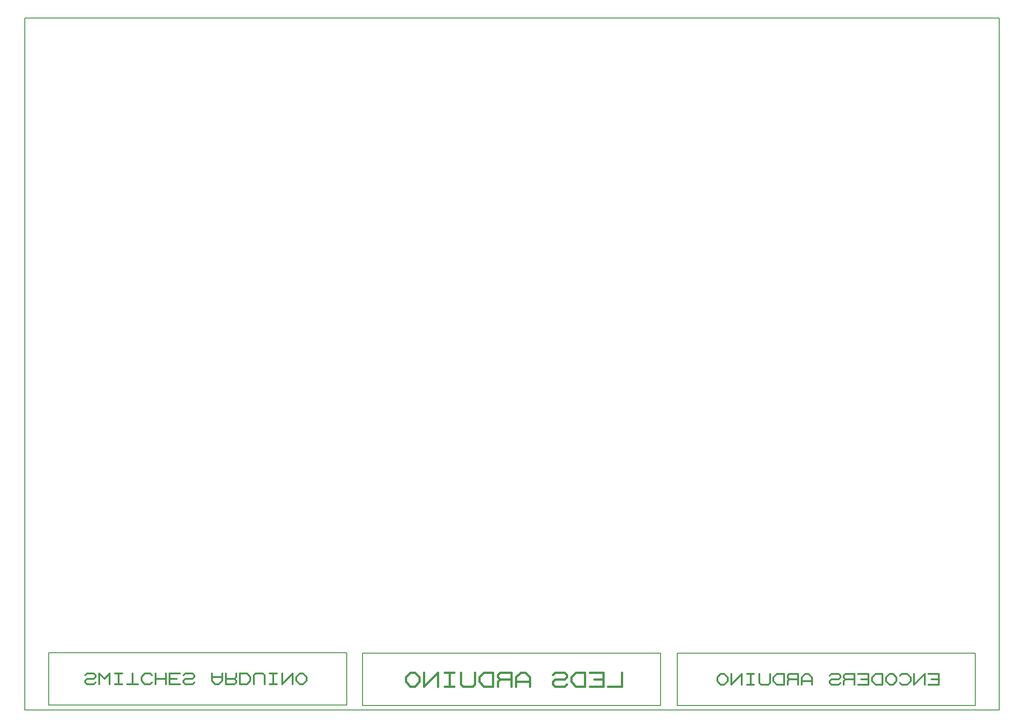
<source format=gbr>
G04 PROTEUS GERBER X2 FILE*
%TF.GenerationSoftware,Labcenter,Proteus,8.6-SP2-Build23525*%
%TF.CreationDate,2019-12-11T18:48:13+00:00*%
%TF.FileFunction,AssemblyDrawing,Bot*%
%TF.FilePolarity,Positive*%
%TF.Part,Single*%
%FSLAX45Y45*%
%MOMM*%
G01*
%TA.AperFunction,Material*%
%ADD18C,0.152400*%
%ADD22C,0.330200*%
%ADD23C,0.431800*%
%TA.AperFunction,Profile*%
%ADD14C,0.203200*%
%TD.AperFunction*%
D18*
X+3092161Y-6414461D02*
X+3092161Y-5431481D01*
X+8690321Y-5431481D01*
X+8690321Y-6414461D01*
X+3092161Y-6414461D01*
X+3092161Y-5431481D01*
X+8690321Y-5431481D01*
X+8690321Y-6414461D01*
X+3092161Y-6414461D01*
D22*
X+7806401Y-6022031D02*
X+8004521Y-6022031D01*
X+8004521Y-5823911D01*
X+7806401Y-5823911D01*
X+8004521Y-5922971D02*
X+7872441Y-5922971D01*
X+7740361Y-6022031D02*
X+7740361Y-5823911D01*
X+7542241Y-6022031D01*
X+7542241Y-5823911D01*
X+7278081Y-5989011D02*
X+7311101Y-6022031D01*
X+7410161Y-6022031D01*
X+7476201Y-5955991D01*
X+7476201Y-5889951D01*
X+7410161Y-5823911D01*
X+7311101Y-5823911D01*
X+7278081Y-5856931D01*
X+7212041Y-5889951D02*
X+7146001Y-5823911D01*
X+7079961Y-5823911D01*
X+7013921Y-5889951D01*
X+7013921Y-5955991D01*
X+7079961Y-6022031D01*
X+7146001Y-6022031D01*
X+7212041Y-5955991D01*
X+7212041Y-5889951D01*
X+6947881Y-6022031D02*
X+6947881Y-5823911D01*
X+6815801Y-5823911D01*
X+6749761Y-5889951D01*
X+6749761Y-5955991D01*
X+6815801Y-6022031D01*
X+6947881Y-6022031D01*
X+6485601Y-6022031D02*
X+6683721Y-6022031D01*
X+6683721Y-5823911D01*
X+6485601Y-5823911D01*
X+6683721Y-5922971D02*
X+6551641Y-5922971D01*
X+6419561Y-6022031D02*
X+6419561Y-5823911D01*
X+6254461Y-5823911D01*
X+6221441Y-5856931D01*
X+6221441Y-5889951D01*
X+6254461Y-5922971D01*
X+6419561Y-5922971D01*
X+6254461Y-5922971D02*
X+6221441Y-5955991D01*
X+6221441Y-6022031D01*
X+6155401Y-5989011D02*
X+6122381Y-6022031D01*
X+5990301Y-6022031D01*
X+5957281Y-5989011D01*
X+5957281Y-5955991D01*
X+5990301Y-5922971D01*
X+6122381Y-5922971D01*
X+6155401Y-5889951D01*
X+6155401Y-5856931D01*
X+6122381Y-5823911D01*
X+5990301Y-5823911D01*
X+5957281Y-5856931D01*
X+5627081Y-6022031D02*
X+5627081Y-5889951D01*
X+5561041Y-5823911D01*
X+5495001Y-5823911D01*
X+5428961Y-5889951D01*
X+5428961Y-6022031D01*
X+5627081Y-5955991D02*
X+5428961Y-5955991D01*
X+5362921Y-6022031D02*
X+5362921Y-5823911D01*
X+5197821Y-5823911D01*
X+5164801Y-5856931D01*
X+5164801Y-5889951D01*
X+5197821Y-5922971D01*
X+5362921Y-5922971D01*
X+5197821Y-5922971D02*
X+5164801Y-5955991D01*
X+5164801Y-6022031D01*
X+5098761Y-6022031D02*
X+5098761Y-5823911D01*
X+4966681Y-5823911D01*
X+4900641Y-5889951D01*
X+4900641Y-5955991D01*
X+4966681Y-6022031D01*
X+5098761Y-6022031D01*
X+4834601Y-5823911D02*
X+4834601Y-5989011D01*
X+4801581Y-6022031D01*
X+4669501Y-6022031D01*
X+4636481Y-5989011D01*
X+4636481Y-5823911D01*
X+4537421Y-5823911D02*
X+4405341Y-5823911D01*
X+4471381Y-5823911D02*
X+4471381Y-6022031D01*
X+4537421Y-6022031D02*
X+4405341Y-6022031D01*
X+4306281Y-6022031D02*
X+4306281Y-5823911D01*
X+4108161Y-6022031D01*
X+4108161Y-5823911D01*
X+4042121Y-5889951D02*
X+3976081Y-5823911D01*
X+3910041Y-5823911D01*
X+3844001Y-5889951D01*
X+3844001Y-5955991D01*
X+3910041Y-6022031D01*
X+3976081Y-6022031D01*
X+4042121Y-5955991D01*
X+4042121Y-5889951D01*
D18*
X-2817839Y-6417361D02*
X-2817839Y-5434381D01*
X+2780321Y-5434381D01*
X+2780321Y-6417361D01*
X-2817839Y-6417361D01*
X-2817839Y-5434381D01*
X+2780321Y-5434381D01*
X+2780321Y-6417361D01*
X-2817839Y-6417361D01*
D23*
X+2053881Y-5796331D02*
X+2053881Y-6055411D01*
X+1794801Y-6055411D01*
X+1449361Y-6055411D02*
X+1708441Y-6055411D01*
X+1708441Y-5796331D01*
X+1449361Y-5796331D01*
X+1708441Y-5925871D02*
X+1535721Y-5925871D01*
X+1363001Y-6055411D02*
X+1363001Y-5796331D01*
X+1190281Y-5796331D01*
X+1103921Y-5882691D01*
X+1103921Y-5969051D01*
X+1190281Y-6055411D01*
X+1363001Y-6055411D01*
X+1017561Y-6012231D02*
X+974381Y-6055411D01*
X+801661Y-6055411D01*
X+758481Y-6012231D01*
X+758481Y-5969051D01*
X+801661Y-5925871D01*
X+974381Y-5925871D01*
X+1017561Y-5882691D01*
X+1017561Y-5839511D01*
X+974381Y-5796331D01*
X+801661Y-5796331D01*
X+758481Y-5839511D01*
X+326681Y-6055411D02*
X+326681Y-5882691D01*
X+240321Y-5796331D01*
X+153961Y-5796331D01*
X+67601Y-5882691D01*
X+67601Y-6055411D01*
X+326681Y-5969051D02*
X+67601Y-5969051D01*
X-18759Y-6055411D02*
X-18759Y-5796331D01*
X-234659Y-5796331D01*
X-277839Y-5839511D01*
X-277839Y-5882691D01*
X-234659Y-5925871D01*
X-18759Y-5925871D01*
X-234659Y-5925871D02*
X-277839Y-5969051D01*
X-277839Y-6055411D01*
X-364199Y-6055411D02*
X-364199Y-5796331D01*
X-536919Y-5796331D01*
X-623279Y-5882691D01*
X-623279Y-5969051D01*
X-536919Y-6055411D01*
X-364199Y-6055411D01*
X-709639Y-5796331D02*
X-709639Y-6012231D01*
X-752819Y-6055411D01*
X-925539Y-6055411D01*
X-968719Y-6012231D01*
X-968719Y-5796331D01*
X-1098259Y-5796331D02*
X-1270979Y-5796331D01*
X-1184619Y-5796331D02*
X-1184619Y-6055411D01*
X-1098259Y-6055411D02*
X-1270979Y-6055411D01*
X-1400519Y-6055411D02*
X-1400519Y-5796331D01*
X-1659599Y-6055411D01*
X-1659599Y-5796331D01*
X-1745959Y-5882691D02*
X-1832319Y-5796331D01*
X-1918679Y-5796331D01*
X-2005039Y-5882691D01*
X-2005039Y-5969051D01*
X-1918679Y-6055411D01*
X-1832319Y-6055411D01*
X-1745959Y-5969051D01*
X-1745959Y-5882691D01*
D18*
X-8709839Y-6407361D02*
X-8709839Y-5424381D01*
X-3111679Y-5424381D01*
X-3111679Y-6407361D01*
X-8709839Y-6407361D01*
X-8709839Y-5424381D01*
X-3111679Y-5424381D01*
X-3111679Y-6407361D01*
X-8709839Y-6407361D01*
D22*
X-8024039Y-5849831D02*
X-7991019Y-5816811D01*
X-7858939Y-5816811D01*
X-7825919Y-5849831D01*
X-7825919Y-5882851D01*
X-7858939Y-5915871D01*
X-7991019Y-5915871D01*
X-8024039Y-5948891D01*
X-8024039Y-5981911D01*
X-7991019Y-6014931D01*
X-7858939Y-6014931D01*
X-7825919Y-5981911D01*
X-7759879Y-6014931D02*
X-7759879Y-5816811D01*
X-7660819Y-5915871D01*
X-7561759Y-5816811D01*
X-7561759Y-6014931D01*
X-7462699Y-6014931D02*
X-7330619Y-6014931D01*
X-7396659Y-6014931D02*
X-7396659Y-5816811D01*
X-7462699Y-5816811D02*
X-7330619Y-5816811D01*
X-7231559Y-6014931D02*
X-7033439Y-6014931D01*
X-7132499Y-6014931D02*
X-7132499Y-5816811D01*
X-6769279Y-5849831D02*
X-6802299Y-5816811D01*
X-6901359Y-5816811D01*
X-6967399Y-5882851D01*
X-6967399Y-5948891D01*
X-6901359Y-6014931D01*
X-6802299Y-6014931D01*
X-6769279Y-5981911D01*
X-6703239Y-5816811D02*
X-6703239Y-6014931D01*
X-6505119Y-6014931D02*
X-6505119Y-5816811D01*
X-6703239Y-5915871D02*
X-6505119Y-5915871D01*
X-6240959Y-5816811D02*
X-6439079Y-5816811D01*
X-6439079Y-6014931D01*
X-6240959Y-6014931D01*
X-6439079Y-5915871D02*
X-6306999Y-5915871D01*
X-6174919Y-5849831D02*
X-6141899Y-5816811D01*
X-6009819Y-5816811D01*
X-5976799Y-5849831D01*
X-5976799Y-5882851D01*
X-6009819Y-5915871D01*
X-6141899Y-5915871D01*
X-6174919Y-5948891D01*
X-6174919Y-5981911D01*
X-6141899Y-6014931D01*
X-6009819Y-6014931D01*
X-5976799Y-5981911D01*
X-5646599Y-5816811D02*
X-5646599Y-5948891D01*
X-5580559Y-6014931D01*
X-5514519Y-6014931D01*
X-5448479Y-5948891D01*
X-5448479Y-5816811D01*
X-5646599Y-5882851D02*
X-5448479Y-5882851D01*
X-5382439Y-5816811D02*
X-5382439Y-6014931D01*
X-5217339Y-6014931D01*
X-5184319Y-5981911D01*
X-5184319Y-5948891D01*
X-5217339Y-5915871D01*
X-5382439Y-5915871D01*
X-5217339Y-5915871D02*
X-5184319Y-5882851D01*
X-5184319Y-5816811D01*
X-5118279Y-5816811D02*
X-5118279Y-6014931D01*
X-4986199Y-6014931D01*
X-4920159Y-5948891D01*
X-4920159Y-5882851D01*
X-4986199Y-5816811D01*
X-5118279Y-5816811D01*
X-4854119Y-6014931D02*
X-4854119Y-5849831D01*
X-4821099Y-5816811D01*
X-4689019Y-5816811D01*
X-4655999Y-5849831D01*
X-4655999Y-6014931D01*
X-4556939Y-6014931D02*
X-4424859Y-6014931D01*
X-4490899Y-6014931D02*
X-4490899Y-5816811D01*
X-4556939Y-5816811D02*
X-4424859Y-5816811D01*
X-4325799Y-5816811D02*
X-4325799Y-6014931D01*
X-4127679Y-5816811D01*
X-4127679Y-6014931D01*
X-4061639Y-5948891D02*
X-3995599Y-6014931D01*
X-3929559Y-6014931D01*
X-3863519Y-5948891D01*
X-3863519Y-5882851D01*
X-3929559Y-5816811D01*
X-3995599Y-5816811D01*
X-4061639Y-5882851D01*
X-4061639Y-5948891D01*
D14*
X-9154259Y-6501741D02*
X+9135741Y-6501741D01*
X+9135741Y+6498259D01*
X-9154259Y+6498259D01*
X-9154259Y-6501741D01*
M02*

</source>
